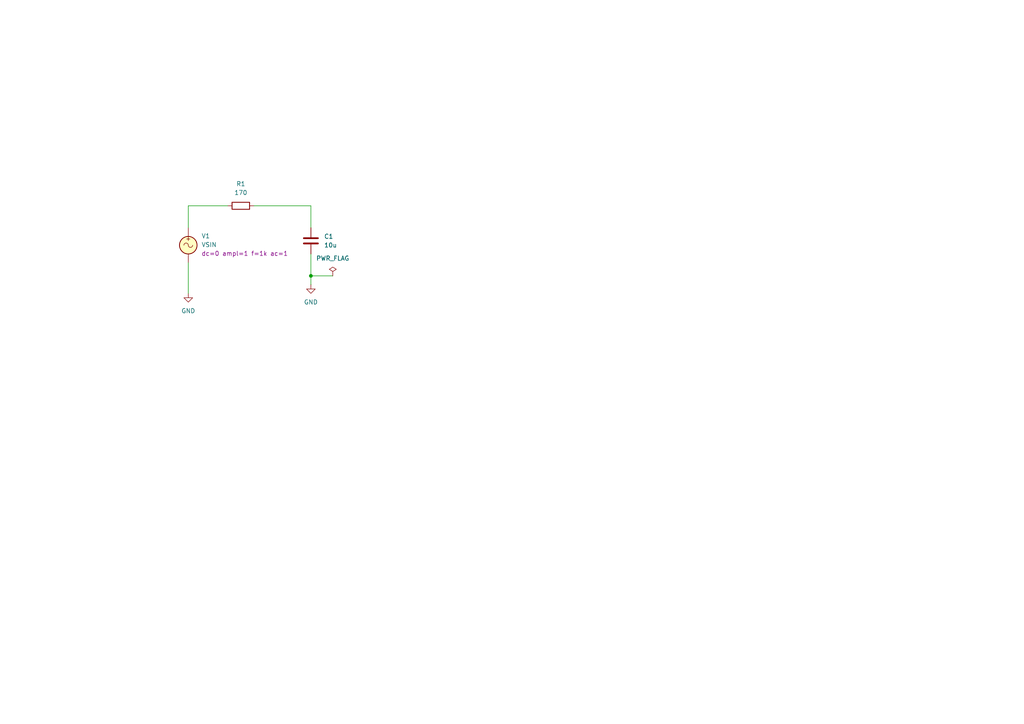
<source format=kicad_sch>
(kicad_sch
	(version 20250114)
	(generator "eeschema")
	(generator_version "9.0")
	(uuid "51e65d7e-1726-4716-b2eb-11713926abcc")
	(paper "A4")
	(title_block
		(title "first try")
		(date "2025-09-03")
		(rev "1")
		(company "mine")
	)
	(lib_symbols
		(symbol "Device:C"
			(pin_numbers
				(hide yes)
			)
			(pin_names
				(offset 0.254)
			)
			(exclude_from_sim no)
			(in_bom yes)
			(on_board yes)
			(property "Reference" "C"
				(at 0.635 2.54 0)
				(effects
					(font
						(size 1.27 1.27)
					)
					(justify left)
				)
			)
			(property "Value" "C"
				(at 0.635 -2.54 0)
				(effects
					(font
						(size 1.27 1.27)
					)
					(justify left)
				)
			)
			(property "Footprint" ""
				(at 0.9652 -3.81 0)
				(effects
					(font
						(size 1.27 1.27)
					)
					(hide yes)
				)
			)
			(property "Datasheet" "~"
				(at 0 0 0)
				(effects
					(font
						(size 1.27 1.27)
					)
					(hide yes)
				)
			)
			(property "Description" "Unpolarized capacitor"
				(at 0 0 0)
				(effects
					(font
						(size 1.27 1.27)
					)
					(hide yes)
				)
			)
			(property "ki_keywords" "cap capacitor"
				(at 0 0 0)
				(effects
					(font
						(size 1.27 1.27)
					)
					(hide yes)
				)
			)
			(property "ki_fp_filters" "C_*"
				(at 0 0 0)
				(effects
					(font
						(size 1.27 1.27)
					)
					(hide yes)
				)
			)
			(symbol "C_0_1"
				(polyline
					(pts
						(xy -2.032 0.762) (xy 2.032 0.762)
					)
					(stroke
						(width 0.508)
						(type default)
					)
					(fill
						(type none)
					)
				)
				(polyline
					(pts
						(xy -2.032 -0.762) (xy 2.032 -0.762)
					)
					(stroke
						(width 0.508)
						(type default)
					)
					(fill
						(type none)
					)
				)
			)
			(symbol "C_1_1"
				(pin passive line
					(at 0 3.81 270)
					(length 2.794)
					(name "~"
						(effects
							(font
								(size 1.27 1.27)
							)
						)
					)
					(number "1"
						(effects
							(font
								(size 1.27 1.27)
							)
						)
					)
				)
				(pin passive line
					(at 0 -3.81 90)
					(length 2.794)
					(name "~"
						(effects
							(font
								(size 1.27 1.27)
							)
						)
					)
					(number "2"
						(effects
							(font
								(size 1.27 1.27)
							)
						)
					)
				)
			)
			(embedded_fonts no)
		)
		(symbol "Device:R"
			(pin_numbers
				(hide yes)
			)
			(pin_names
				(offset 0)
			)
			(exclude_from_sim no)
			(in_bom yes)
			(on_board yes)
			(property "Reference" "R"
				(at 2.032 0 90)
				(effects
					(font
						(size 1.27 1.27)
					)
				)
			)
			(property "Value" "R"
				(at 0 0 90)
				(effects
					(font
						(size 1.27 1.27)
					)
				)
			)
			(property "Footprint" ""
				(at -1.778 0 90)
				(effects
					(font
						(size 1.27 1.27)
					)
					(hide yes)
				)
			)
			(property "Datasheet" "~"
				(at 0 0 0)
				(effects
					(font
						(size 1.27 1.27)
					)
					(hide yes)
				)
			)
			(property "Description" "Resistor"
				(at 0 0 0)
				(effects
					(font
						(size 1.27 1.27)
					)
					(hide yes)
				)
			)
			(property "ki_keywords" "R res resistor"
				(at 0 0 0)
				(effects
					(font
						(size 1.27 1.27)
					)
					(hide yes)
				)
			)
			(property "ki_fp_filters" "R_*"
				(at 0 0 0)
				(effects
					(font
						(size 1.27 1.27)
					)
					(hide yes)
				)
			)
			(symbol "R_0_1"
				(rectangle
					(start -1.016 -2.54)
					(end 1.016 2.54)
					(stroke
						(width 0.254)
						(type default)
					)
					(fill
						(type none)
					)
				)
			)
			(symbol "R_1_1"
				(pin passive line
					(at 0 3.81 270)
					(length 1.27)
					(name "~"
						(effects
							(font
								(size 1.27 1.27)
							)
						)
					)
					(number "1"
						(effects
							(font
								(size 1.27 1.27)
							)
						)
					)
				)
				(pin passive line
					(at 0 -3.81 90)
					(length 1.27)
					(name "~"
						(effects
							(font
								(size 1.27 1.27)
							)
						)
					)
					(number "2"
						(effects
							(font
								(size 1.27 1.27)
							)
						)
					)
				)
			)
			(embedded_fonts no)
		)
		(symbol "Simulation_SPICE:VSIN"
			(pin_numbers
				(hide yes)
			)
			(pin_names
				(offset 0.0254)
			)
			(exclude_from_sim no)
			(in_bom yes)
			(on_board yes)
			(property "Reference" "V"
				(at 2.54 2.54 0)
				(effects
					(font
						(size 1.27 1.27)
					)
					(justify left)
				)
			)
			(property "Value" "VSIN"
				(at 2.54 0 0)
				(effects
					(font
						(size 1.27 1.27)
					)
					(justify left)
				)
			)
			(property "Footprint" ""
				(at 0 0 0)
				(effects
					(font
						(size 1.27 1.27)
					)
					(hide yes)
				)
			)
			(property "Datasheet" "https://ngspice.sourceforge.io/docs/ngspice-html-manual/manual.xhtml#sec_Independent_Sources_for"
				(at 0 0 0)
				(effects
					(font
						(size 1.27 1.27)
					)
					(hide yes)
				)
			)
			(property "Description" "Voltage source, sinusoidal"
				(at 0 0 0)
				(effects
					(font
						(size 1.27 1.27)
					)
					(hide yes)
				)
			)
			(property "Sim.Pins" "1=+ 2=-"
				(at 0 0 0)
				(effects
					(font
						(size 1.27 1.27)
					)
					(hide yes)
				)
			)
			(property "Sim.Params" "dc=0 ampl=1 f=1k ac=1"
				(at 2.54 -2.54 0)
				(effects
					(font
						(size 1.27 1.27)
					)
					(justify left)
				)
			)
			(property "Sim.Type" "SIN"
				(at 0 0 0)
				(effects
					(font
						(size 1.27 1.27)
					)
					(hide yes)
				)
			)
			(property "Sim.Device" "V"
				(at 0 0 0)
				(effects
					(font
						(size 1.27 1.27)
					)
					(justify left)
					(hide yes)
				)
			)
			(property "ki_keywords" "simulation ac vac"
				(at 0 0 0)
				(effects
					(font
						(size 1.27 1.27)
					)
					(hide yes)
				)
			)
			(symbol "VSIN_0_0"
				(arc
					(start -1.27 0)
					(mid -0.635 0.6323)
					(end 0 0)
					(stroke
						(width 0)
						(type default)
					)
					(fill
						(type none)
					)
				)
				(arc
					(start 1.27 0)
					(mid 0.635 -0.6323)
					(end 0 0)
					(stroke
						(width 0)
						(type default)
					)
					(fill
						(type none)
					)
				)
				(text "+"
					(at 0 1.905 0)
					(effects
						(font
							(size 1.27 1.27)
						)
					)
				)
			)
			(symbol "VSIN_0_1"
				(circle
					(center 0 0)
					(radius 2.54)
					(stroke
						(width 0.254)
						(type default)
					)
					(fill
						(type background)
					)
				)
			)
			(symbol "VSIN_1_1"
				(pin passive line
					(at 0 5.08 270)
					(length 2.54)
					(name "~"
						(effects
							(font
								(size 1.27 1.27)
							)
						)
					)
					(number "1"
						(effects
							(font
								(size 1.27 1.27)
							)
						)
					)
				)
				(pin passive line
					(at 0 -5.08 90)
					(length 2.54)
					(name "~"
						(effects
							(font
								(size 1.27 1.27)
							)
						)
					)
					(number "2"
						(effects
							(font
								(size 1.27 1.27)
							)
						)
					)
				)
			)
			(embedded_fonts no)
		)
		(symbol "power:GND"
			(power)
			(pin_numbers
				(hide yes)
			)
			(pin_names
				(offset 0)
				(hide yes)
			)
			(exclude_from_sim no)
			(in_bom yes)
			(on_board yes)
			(property "Reference" "#PWR"
				(at 0 -6.35 0)
				(effects
					(font
						(size 1.27 1.27)
					)
					(hide yes)
				)
			)
			(property "Value" "GND"
				(at 0 -3.81 0)
				(effects
					(font
						(size 1.27 1.27)
					)
				)
			)
			(property "Footprint" ""
				(at 0 0 0)
				(effects
					(font
						(size 1.27 1.27)
					)
					(hide yes)
				)
			)
			(property "Datasheet" ""
				(at 0 0 0)
				(effects
					(font
						(size 1.27 1.27)
					)
					(hide yes)
				)
			)
			(property "Description" "Power symbol creates a global label with name \"GND\" , ground"
				(at 0 0 0)
				(effects
					(font
						(size 1.27 1.27)
					)
					(hide yes)
				)
			)
			(property "ki_keywords" "global power"
				(at 0 0 0)
				(effects
					(font
						(size 1.27 1.27)
					)
					(hide yes)
				)
			)
			(symbol "GND_0_1"
				(polyline
					(pts
						(xy 0 0) (xy 0 -1.27) (xy 1.27 -1.27) (xy 0 -2.54) (xy -1.27 -1.27) (xy 0 -1.27)
					)
					(stroke
						(width 0)
						(type default)
					)
					(fill
						(type none)
					)
				)
			)
			(symbol "GND_1_1"
				(pin power_in line
					(at 0 0 270)
					(length 0)
					(name "~"
						(effects
							(font
								(size 1.27 1.27)
							)
						)
					)
					(number "1"
						(effects
							(font
								(size 1.27 1.27)
							)
						)
					)
				)
			)
			(embedded_fonts no)
		)
		(symbol "power:PWR_FLAG"
			(power)
			(pin_numbers
				(hide yes)
			)
			(pin_names
				(offset 0)
				(hide yes)
			)
			(exclude_from_sim no)
			(in_bom yes)
			(on_board yes)
			(property "Reference" "#FLG"
				(at 0 1.905 0)
				(effects
					(font
						(size 1.27 1.27)
					)
					(hide yes)
				)
			)
			(property "Value" "PWR_FLAG"
				(at 0 3.81 0)
				(effects
					(font
						(size 1.27 1.27)
					)
				)
			)
			(property "Footprint" ""
				(at 0 0 0)
				(effects
					(font
						(size 1.27 1.27)
					)
					(hide yes)
				)
			)
			(property "Datasheet" "~"
				(at 0 0 0)
				(effects
					(font
						(size 1.27 1.27)
					)
					(hide yes)
				)
			)
			(property "Description" "Special symbol for telling ERC where power comes from"
				(at 0 0 0)
				(effects
					(font
						(size 1.27 1.27)
					)
					(hide yes)
				)
			)
			(property "ki_keywords" "flag power"
				(at 0 0 0)
				(effects
					(font
						(size 1.27 1.27)
					)
					(hide yes)
				)
			)
			(symbol "PWR_FLAG_0_0"
				(pin power_out line
					(at 0 0 90)
					(length 0)
					(name "~"
						(effects
							(font
								(size 1.27 1.27)
							)
						)
					)
					(number "1"
						(effects
							(font
								(size 1.27 1.27)
							)
						)
					)
				)
			)
			(symbol "PWR_FLAG_0_1"
				(polyline
					(pts
						(xy 0 0) (xy 0 1.27) (xy -1.016 1.905) (xy 0 2.54) (xy 1.016 1.905) (xy 0 1.27)
					)
					(stroke
						(width 0)
						(type default)
					)
					(fill
						(type none)
					)
				)
			)
			(embedded_fonts no)
		)
	)
	(junction
		(at 90.17 80.01)
		(diameter 0)
		(color 0 0 0 0)
		(uuid "8222dfdf-f2f9-48ea-bddc-0385c3e06cd7")
	)
	(wire
		(pts
			(xy 54.61 66.04) (xy 54.61 59.69)
		)
		(stroke
			(width 0)
			(type default)
		)
		(uuid "5bc0d65d-7513-428e-87a7-6a61d82c99fb")
	)
	(wire
		(pts
			(xy 90.17 73.66) (xy 90.17 80.01)
		)
		(stroke
			(width 0)
			(type default)
		)
		(uuid "6418cd52-1f29-491c-be22-5ec9904107c1")
	)
	(wire
		(pts
			(xy 90.17 80.01) (xy 96.52 80.01)
		)
		(stroke
			(width 0)
			(type default)
		)
		(uuid "6c2fdd9e-72a8-4e73-8846-343b32ed49f3")
	)
	(wire
		(pts
			(xy 54.61 59.69) (xy 66.04 59.69)
		)
		(stroke
			(width 0)
			(type default)
		)
		(uuid "863da9e5-a887-48a6-8b17-180601aae4e4")
	)
	(wire
		(pts
			(xy 90.17 59.69) (xy 90.17 66.04)
		)
		(stroke
			(width 0)
			(type default)
		)
		(uuid "8e364af9-2364-4fa0-a8be-bf0db0e3ec48")
	)
	(wire
		(pts
			(xy 73.66 59.69) (xy 90.17 59.69)
		)
		(stroke
			(width 0)
			(type default)
		)
		(uuid "a32ea317-86e2-4cf1-bb0b-1f508075cc2a")
	)
	(wire
		(pts
			(xy 90.17 80.01) (xy 90.17 82.55)
		)
		(stroke
			(width 0)
			(type default)
		)
		(uuid "edc27f16-88d7-4355-96ee-9da1c5269663")
	)
	(wire
		(pts
			(xy 54.61 76.2) (xy 54.61 85.09)
		)
		(stroke
			(width 0)
			(type default)
		)
		(uuid "fb7b5ef3-7d42-494f-acb6-403fce833569")
	)
	(symbol
		(lib_id "power:PWR_FLAG")
		(at 96.52 80.01 0)
		(unit 1)
		(exclude_from_sim no)
		(in_bom yes)
		(on_board yes)
		(dnp no)
		(fields_autoplaced yes)
		(uuid "170928dd-bd24-48c7-be8c-316ec81b2cd6")
		(property "Reference" "#FLG01"
			(at 96.52 78.105 0)
			(effects
				(font
					(size 1.27 1.27)
				)
				(hide yes)
			)
		)
		(property "Value" "PWR_FLAG"
			(at 96.52 74.93 0)
			(effects
				(font
					(size 1.27 1.27)
				)
			)
		)
		(property "Footprint" ""
			(at 96.52 80.01 0)
			(effects
				(font
					(size 1.27 1.27)
				)
				(hide yes)
			)
		)
		(property "Datasheet" "~"
			(at 96.52 80.01 0)
			(effects
				(font
					(size 1.27 1.27)
				)
				(hide yes)
			)
		)
		(property "Description" "Special symbol for telling ERC where power comes from"
			(at 96.52 80.01 0)
			(effects
				(font
					(size 1.27 1.27)
				)
				(hide yes)
			)
		)
		(pin "1"
			(uuid "8b61a74c-ac30-4846-936b-ccab5dec1288")
		)
		(instances
			(project ""
				(path "/51e65d7e-1726-4716-b2eb-11713926abcc"
					(reference "#FLG01")
					(unit 1)
				)
			)
		)
	)
	(symbol
		(lib_id "power:GND")
		(at 54.61 85.09 0)
		(unit 1)
		(exclude_from_sim no)
		(in_bom yes)
		(on_board yes)
		(dnp no)
		(fields_autoplaced yes)
		(uuid "34a0f250-8022-4e02-8a97-401a46ea5609")
		(property "Reference" "#PWR02"
			(at 54.61 91.44 0)
			(effects
				(font
					(size 1.27 1.27)
				)
				(hide yes)
			)
		)
		(property "Value" "GND"
			(at 54.61 90.17 0)
			(effects
				(font
					(size 1.27 1.27)
				)
			)
		)
		(property "Footprint" ""
			(at 54.61 85.09 0)
			(effects
				(font
					(size 1.27 1.27)
				)
				(hide yes)
			)
		)
		(property "Datasheet" ""
			(at 54.61 85.09 0)
			(effects
				(font
					(size 1.27 1.27)
				)
				(hide yes)
			)
		)
		(property "Description" "Power symbol creates a global label with name \"GND\" , ground"
			(at 54.61 85.09 0)
			(effects
				(font
					(size 1.27 1.27)
				)
				(hide yes)
			)
		)
		(pin "1"
			(uuid "332475ce-61f1-453a-8e4c-33ca3b084f36")
		)
		(instances
			(project "first"
				(path "/51e65d7e-1726-4716-b2eb-11713926abcc"
					(reference "#PWR02")
					(unit 1)
				)
			)
		)
	)
	(symbol
		(lib_id "Device:C")
		(at 90.17 69.85 0)
		(unit 1)
		(exclude_from_sim no)
		(in_bom yes)
		(on_board yes)
		(dnp no)
		(fields_autoplaced yes)
		(uuid "6793af70-e0ae-4f6e-b4a8-529411f09aaa")
		(property "Reference" "C1"
			(at 93.98 68.5799 0)
			(effects
				(font
					(size 1.27 1.27)
				)
				(justify left)
			)
		)
		(property "Value" "10u"
			(at 93.98 71.1199 0)
			(effects
				(font
					(size 1.27 1.27)
				)
				(justify left)
			)
		)
		(property "Footprint" "Capacitor_SMD:CP_Elec_3x5.3"
			(at 91.1352 73.66 0)
			(effects
				(font
					(size 1.27 1.27)
				)
				(hide yes)
			)
		)
		(property "Datasheet" "~"
			(at 90.17 69.85 0)
			(effects
				(font
					(size 1.27 1.27)
				)
				(hide yes)
			)
		)
		(property "Description" "Unpolarized capacitor"
			(at 90.17 69.85 0)
			(effects
				(font
					(size 1.27 1.27)
				)
				(hide yes)
			)
		)
		(pin "2"
			(uuid "81842d93-44bc-4d33-93c4-d6fb378642c9")
		)
		(pin "1"
			(uuid "0e2e3778-f046-4cb2-b7a8-406fca5eb30f")
		)
		(instances
			(project ""
				(path "/51e65d7e-1726-4716-b2eb-11713926abcc"
					(reference "C1")
					(unit 1)
				)
			)
		)
	)
	(symbol
		(lib_id "Simulation_SPICE:VSIN")
		(at 54.61 71.12 0)
		(unit 1)
		(exclude_from_sim no)
		(in_bom yes)
		(on_board yes)
		(dnp no)
		(fields_autoplaced yes)
		(uuid "70967db6-1425-4ccd-9deb-3641f881ccf7")
		(property "Reference" "V1"
			(at 58.42 68.4501 0)
			(effects
				(font
					(size 1.27 1.27)
				)
				(justify left)
			)
		)
		(property "Value" "VSIN"
			(at 58.42 70.9901 0)
			(effects
				(font
					(size 1.27 1.27)
				)
				(justify left)
			)
		)
		(property "Footprint" "Battery:BatteryHolder_Bulgin_BX0034_1xAAA"
			(at 54.61 71.12 0)
			(effects
				(font
					(size 1.27 1.27)
				)
				(hide yes)
			)
		)
		(property "Datasheet" "https://ngspice.sourceforge.io/docs/ngspice-html-manual/manual.xhtml#sec_Independent_Sources_for"
			(at 54.61 71.12 0)
			(effects
				(font
					(size 1.27 1.27)
				)
				(hide yes)
			)
		)
		(property "Description" "Voltage source, sinusoidal"
			(at 54.61 71.12 0)
			(effects
				(font
					(size 1.27 1.27)
				)
				(hide yes)
			)
		)
		(property "Sim.Pins" "1=+ 2=-"
			(at 54.61 71.12 0)
			(effects
				(font
					(size 1.27 1.27)
				)
				(hide yes)
			)
		)
		(property "Sim.Params" "dc=0 ampl=1 f=1k ac=1"
			(at 58.42 73.5301 0)
			(effects
				(font
					(size 1.27 1.27)
				)
				(justify left)
			)
		)
		(property "Sim.Type" "SIN"
			(at 54.61 71.12 0)
			(effects
				(font
					(size 1.27 1.27)
				)
				(hide yes)
			)
		)
		(property "Sim.Device" "V"
			(at 54.61 71.12 0)
			(effects
				(font
					(size 1.27 1.27)
				)
				(justify left)
				(hide yes)
			)
		)
		(pin "1"
			(uuid "52211a28-1cb5-4c5f-82a8-1bc6a008088c")
		)
		(pin "2"
			(uuid "a145b95c-3b7d-4501-b9d9-002da2842def")
		)
		(instances
			(project ""
				(path "/51e65d7e-1726-4716-b2eb-11713926abcc"
					(reference "V1")
					(unit 1)
				)
			)
		)
	)
	(symbol
		(lib_id "power:GND")
		(at 90.17 82.55 0)
		(unit 1)
		(exclude_from_sim no)
		(in_bom yes)
		(on_board yes)
		(dnp no)
		(fields_autoplaced yes)
		(uuid "f5f89988-7dcc-494f-b97d-26ce72536aaa")
		(property "Reference" "#PWR01"
			(at 90.17 88.9 0)
			(effects
				(font
					(size 1.27 1.27)
				)
				(hide yes)
			)
		)
		(property "Value" "GND"
			(at 90.17 87.63 0)
			(effects
				(font
					(size 1.27 1.27)
				)
			)
		)
		(property "Footprint" ""
			(at 90.17 82.55 0)
			(effects
				(font
					(size 1.27 1.27)
				)
				(hide yes)
			)
		)
		(property "Datasheet" ""
			(at 90.17 82.55 0)
			(effects
				(font
					(size 1.27 1.27)
				)
				(hide yes)
			)
		)
		(property "Description" "Power symbol creates a global label with name \"GND\" , ground"
			(at 90.17 82.55 0)
			(effects
				(font
					(size 1.27 1.27)
				)
				(hide yes)
			)
		)
		(pin "1"
			(uuid "71ab06bc-9638-483c-8514-4a2c907265fa")
		)
		(instances
			(project ""
				(path "/51e65d7e-1726-4716-b2eb-11713926abcc"
					(reference "#PWR01")
					(unit 1)
				)
			)
		)
	)
	(symbol
		(lib_id "Device:R")
		(at 69.85 59.69 90)
		(unit 1)
		(exclude_from_sim no)
		(in_bom yes)
		(on_board yes)
		(dnp no)
		(fields_autoplaced yes)
		(uuid "f9128e4d-9e1a-4a86-9ba1-038a5df59233")
		(property "Reference" "R1"
			(at 69.85 53.34 90)
			(effects
				(font
					(size 1.27 1.27)
				)
			)
		)
		(property "Value" "170"
			(at 69.85 55.88 90)
			(effects
				(font
					(size 1.27 1.27)
				)
			)
		)
		(property "Footprint" "Resistor_SMD:R_0201_0603Metric"
			(at 69.85 61.468 90)
			(effects
				(font
					(size 1.27 1.27)
				)
				(hide yes)
			)
		)
		(property "Datasheet" "~"
			(at 69.85 59.69 0)
			(effects
				(font
					(size 1.27 1.27)
				)
				(hide yes)
			)
		)
		(property "Description" "Resistor"
			(at 69.85 59.69 0)
			(effects
				(font
					(size 1.27 1.27)
				)
				(hide yes)
			)
		)
		(pin "1"
			(uuid "060cdbd8-f979-47c1-a574-ed264df33ee2")
		)
		(pin "2"
			(uuid "44ce2a1a-ca79-4b4f-963c-23ee1dc9b756")
		)
		(instances
			(project ""
				(path "/51e65d7e-1726-4716-b2eb-11713926abcc"
					(reference "R1")
					(unit 1)
				)
			)
		)
	)
	(sheet_instances
		(path "/"
			(page "1")
		)
	)
	(embedded_fonts no)
)

</source>
